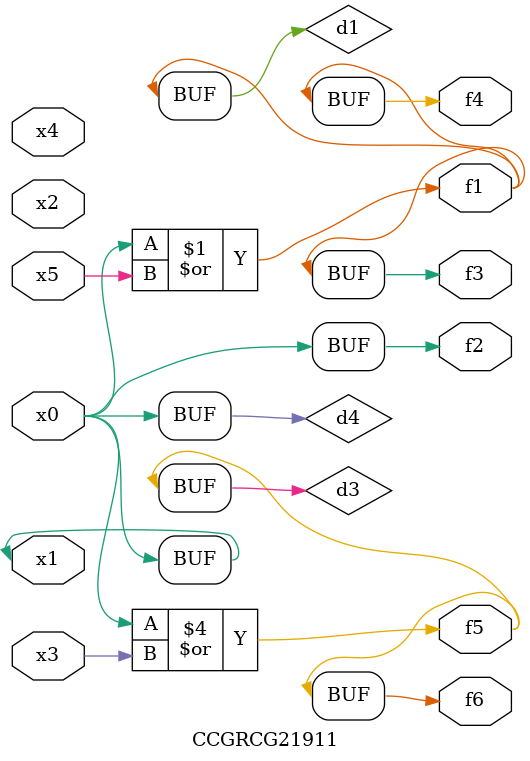
<source format=v>
module CCGRCG21911(
	input x0, x1, x2, x3, x4, x5,
	output f1, f2, f3, f4, f5, f6
);

	wire d1, d2, d3, d4;

	or (d1, x0, x5);
	xnor (d2, x1, x4);
	or (d3, x0, x3);
	buf (d4, x0, x1);
	assign f1 = d1;
	assign f2 = d4;
	assign f3 = d1;
	assign f4 = d1;
	assign f5 = d3;
	assign f6 = d3;
endmodule

</source>
